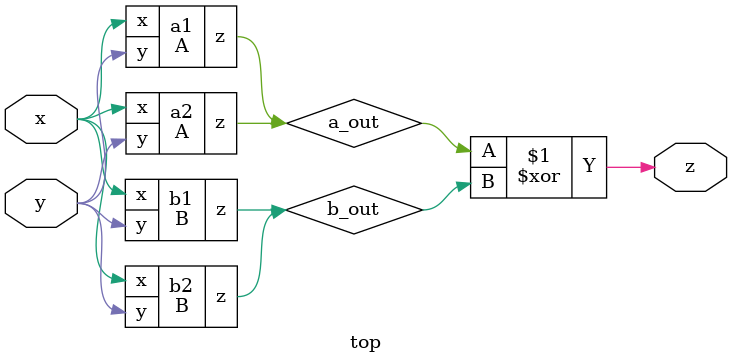
<source format=sv>

module A (
    input x,
    input y,
    output reg z
);
    always @* begin
        z = (x & y) & x;
    end
endmodule

module B (
    input x,
    input y,
    output reg z
);
    always @* begin
        case({x,y})
            2'b00: z = 1;
            2'b01: z = 0;
            2'b10: z = 0;
            2'b11: z = 1;
        endcase
    end
endmodule

module top (
    input x,
    input y,
    output reg z
);
    wire a_out, b_out;
    
    A a1 (.x(x), .y(y), .z(a_out));
    B b1 (.x(x), .y(y), .z(b_out));
    
    A a2 (.x(x), .y(y), .z(a_out));
    B b2 (.x(x), .y(y), .z(b_out));
    
    assign z = a_out ^ b_out;
endmodule
</source>
